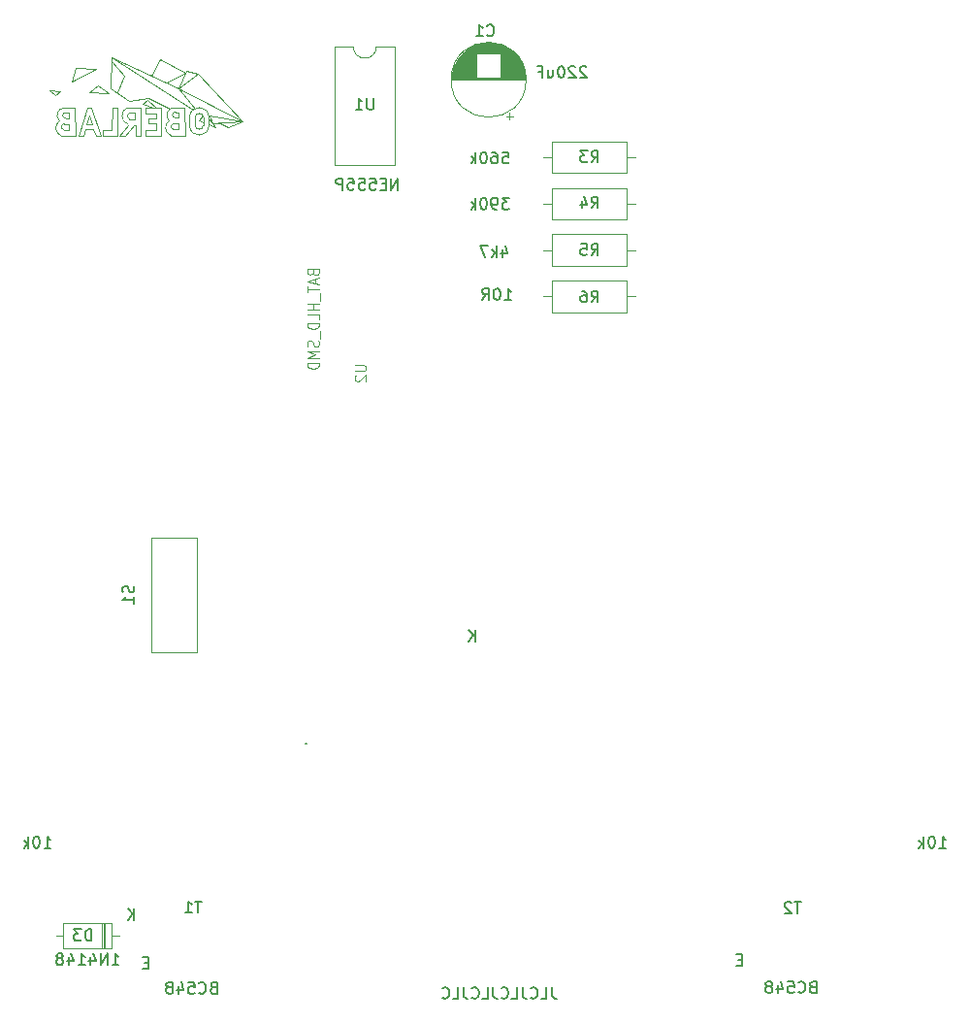
<source format=gbr>
%TF.GenerationSoftware,KiCad,Pcbnew,8.0.1*%
%TF.CreationDate,2024-04-02T10:43:05+02:00*%
%TF.ProjectId,Baerli,42616572-6c69-42e6-9b69-6361645f7063,rev?*%
%TF.SameCoordinates,Original*%
%TF.FileFunction,Legend,Bot*%
%TF.FilePolarity,Positive*%
%FSLAX46Y46*%
G04 Gerber Fmt 4.6, Leading zero omitted, Abs format (unit mm)*
G04 Created by KiCad (PCBNEW 8.0.1) date 2024-04-02 10:43:05*
%MOMM*%
%LPD*%
G01*
G04 APERTURE LIST*
%ADD10C,0.150000*%
%ADD11C,0.050000*%
%ADD12C,0.120000*%
%ADD13C,0.010000*%
G04 APERTURE END LIST*
D10*
X44229887Y-113706009D02*
X44087030Y-113753628D01*
X44087030Y-113753628D02*
X44039411Y-113801247D01*
X44039411Y-113801247D02*
X43991792Y-113896485D01*
X43991792Y-113896485D02*
X43991792Y-114039342D01*
X43991792Y-114039342D02*
X44039411Y-114134580D01*
X44039411Y-114134580D02*
X44087030Y-114182200D01*
X44087030Y-114182200D02*
X44182268Y-114229819D01*
X44182268Y-114229819D02*
X44563220Y-114229819D01*
X44563220Y-114229819D02*
X44563220Y-113229819D01*
X44563220Y-113229819D02*
X44229887Y-113229819D01*
X44229887Y-113229819D02*
X44134649Y-113277438D01*
X44134649Y-113277438D02*
X44087030Y-113325057D01*
X44087030Y-113325057D02*
X44039411Y-113420295D01*
X44039411Y-113420295D02*
X44039411Y-113515533D01*
X44039411Y-113515533D02*
X44087030Y-113610771D01*
X44087030Y-113610771D02*
X44134649Y-113658390D01*
X44134649Y-113658390D02*
X44229887Y-113706009D01*
X44229887Y-113706009D02*
X44563220Y-113706009D01*
X42991792Y-114134580D02*
X43039411Y-114182200D01*
X43039411Y-114182200D02*
X43182268Y-114229819D01*
X43182268Y-114229819D02*
X43277506Y-114229819D01*
X43277506Y-114229819D02*
X43420363Y-114182200D01*
X43420363Y-114182200D02*
X43515601Y-114086961D01*
X43515601Y-114086961D02*
X43563220Y-113991723D01*
X43563220Y-113991723D02*
X43610839Y-113801247D01*
X43610839Y-113801247D02*
X43610839Y-113658390D01*
X43610839Y-113658390D02*
X43563220Y-113467914D01*
X43563220Y-113467914D02*
X43515601Y-113372676D01*
X43515601Y-113372676D02*
X43420363Y-113277438D01*
X43420363Y-113277438D02*
X43277506Y-113229819D01*
X43277506Y-113229819D02*
X43182268Y-113229819D01*
X43182268Y-113229819D02*
X43039411Y-113277438D01*
X43039411Y-113277438D02*
X42991792Y-113325057D01*
X42087030Y-113229819D02*
X42563220Y-113229819D01*
X42563220Y-113229819D02*
X42610839Y-113706009D01*
X42610839Y-113706009D02*
X42563220Y-113658390D01*
X42563220Y-113658390D02*
X42467982Y-113610771D01*
X42467982Y-113610771D02*
X42229887Y-113610771D01*
X42229887Y-113610771D02*
X42134649Y-113658390D01*
X42134649Y-113658390D02*
X42087030Y-113706009D01*
X42087030Y-113706009D02*
X42039411Y-113801247D01*
X42039411Y-113801247D02*
X42039411Y-114039342D01*
X42039411Y-114039342D02*
X42087030Y-114134580D01*
X42087030Y-114134580D02*
X42134649Y-114182200D01*
X42134649Y-114182200D02*
X42229887Y-114229819D01*
X42229887Y-114229819D02*
X42467982Y-114229819D01*
X42467982Y-114229819D02*
X42563220Y-114182200D01*
X42563220Y-114182200D02*
X42610839Y-114134580D01*
X41182268Y-113563152D02*
X41182268Y-114229819D01*
X41420363Y-113182200D02*
X41658458Y-113896485D01*
X41658458Y-113896485D02*
X41039411Y-113896485D01*
X40515601Y-113658390D02*
X40610839Y-113610771D01*
X40610839Y-113610771D02*
X40658458Y-113563152D01*
X40658458Y-113563152D02*
X40706077Y-113467914D01*
X40706077Y-113467914D02*
X40706077Y-113420295D01*
X40706077Y-113420295D02*
X40658458Y-113325057D01*
X40658458Y-113325057D02*
X40610839Y-113277438D01*
X40610839Y-113277438D02*
X40515601Y-113229819D01*
X40515601Y-113229819D02*
X40325125Y-113229819D01*
X40325125Y-113229819D02*
X40229887Y-113277438D01*
X40229887Y-113277438D02*
X40182268Y-113325057D01*
X40182268Y-113325057D02*
X40134649Y-113420295D01*
X40134649Y-113420295D02*
X40134649Y-113467914D01*
X40134649Y-113467914D02*
X40182268Y-113563152D01*
X40182268Y-113563152D02*
X40229887Y-113610771D01*
X40229887Y-113610771D02*
X40325125Y-113658390D01*
X40325125Y-113658390D02*
X40515601Y-113658390D01*
X40515601Y-113658390D02*
X40610839Y-113706009D01*
X40610839Y-113706009D02*
X40658458Y-113753628D01*
X40658458Y-113753628D02*
X40706077Y-113848866D01*
X40706077Y-113848866D02*
X40706077Y-114039342D01*
X40706077Y-114039342D02*
X40658458Y-114134580D01*
X40658458Y-114134580D02*
X40610839Y-114182200D01*
X40610839Y-114182200D02*
X40515601Y-114229819D01*
X40515601Y-114229819D02*
X40325125Y-114229819D01*
X40325125Y-114229819D02*
X40229887Y-114182200D01*
X40229887Y-114182200D02*
X40182268Y-114134580D01*
X40182268Y-114134580D02*
X40134649Y-114039342D01*
X40134649Y-114039342D02*
X40134649Y-113848866D01*
X40134649Y-113848866D02*
X40182268Y-113753628D01*
X40182268Y-113753628D02*
X40229887Y-113706009D01*
X40229887Y-113706009D02*
X40325125Y-113658390D01*
X38568285Y-111574990D02*
X38234952Y-111574990D01*
X38092095Y-111051180D02*
X38568285Y-111051180D01*
X38568285Y-111051180D02*
X38568285Y-112051180D01*
X38568285Y-112051180D02*
X38092095Y-112051180D01*
X73799506Y-113677819D02*
X73799506Y-114392104D01*
X73799506Y-114392104D02*
X73847125Y-114534961D01*
X73847125Y-114534961D02*
X73942363Y-114630200D01*
X73942363Y-114630200D02*
X74085220Y-114677819D01*
X74085220Y-114677819D02*
X74180458Y-114677819D01*
X72847125Y-114677819D02*
X73323315Y-114677819D01*
X73323315Y-114677819D02*
X73323315Y-113677819D01*
X71942363Y-114582580D02*
X71989982Y-114630200D01*
X71989982Y-114630200D02*
X72132839Y-114677819D01*
X72132839Y-114677819D02*
X72228077Y-114677819D01*
X72228077Y-114677819D02*
X72370934Y-114630200D01*
X72370934Y-114630200D02*
X72466172Y-114534961D01*
X72466172Y-114534961D02*
X72513791Y-114439723D01*
X72513791Y-114439723D02*
X72561410Y-114249247D01*
X72561410Y-114249247D02*
X72561410Y-114106390D01*
X72561410Y-114106390D02*
X72513791Y-113915914D01*
X72513791Y-113915914D02*
X72466172Y-113820676D01*
X72466172Y-113820676D02*
X72370934Y-113725438D01*
X72370934Y-113725438D02*
X72228077Y-113677819D01*
X72228077Y-113677819D02*
X72132839Y-113677819D01*
X72132839Y-113677819D02*
X71989982Y-113725438D01*
X71989982Y-113725438D02*
X71942363Y-113773057D01*
X71228077Y-113677819D02*
X71228077Y-114392104D01*
X71228077Y-114392104D02*
X71275696Y-114534961D01*
X71275696Y-114534961D02*
X71370934Y-114630200D01*
X71370934Y-114630200D02*
X71513791Y-114677819D01*
X71513791Y-114677819D02*
X71609029Y-114677819D01*
X70275696Y-114677819D02*
X70751886Y-114677819D01*
X70751886Y-114677819D02*
X70751886Y-113677819D01*
X69370934Y-114582580D02*
X69418553Y-114630200D01*
X69418553Y-114630200D02*
X69561410Y-114677819D01*
X69561410Y-114677819D02*
X69656648Y-114677819D01*
X69656648Y-114677819D02*
X69799505Y-114630200D01*
X69799505Y-114630200D02*
X69894743Y-114534961D01*
X69894743Y-114534961D02*
X69942362Y-114439723D01*
X69942362Y-114439723D02*
X69989981Y-114249247D01*
X69989981Y-114249247D02*
X69989981Y-114106390D01*
X69989981Y-114106390D02*
X69942362Y-113915914D01*
X69942362Y-113915914D02*
X69894743Y-113820676D01*
X69894743Y-113820676D02*
X69799505Y-113725438D01*
X69799505Y-113725438D02*
X69656648Y-113677819D01*
X69656648Y-113677819D02*
X69561410Y-113677819D01*
X69561410Y-113677819D02*
X69418553Y-113725438D01*
X69418553Y-113725438D02*
X69370934Y-113773057D01*
X68656648Y-113677819D02*
X68656648Y-114392104D01*
X68656648Y-114392104D02*
X68704267Y-114534961D01*
X68704267Y-114534961D02*
X68799505Y-114630200D01*
X68799505Y-114630200D02*
X68942362Y-114677819D01*
X68942362Y-114677819D02*
X69037600Y-114677819D01*
X67704267Y-114677819D02*
X68180457Y-114677819D01*
X68180457Y-114677819D02*
X68180457Y-113677819D01*
X66799505Y-114582580D02*
X66847124Y-114630200D01*
X66847124Y-114630200D02*
X66989981Y-114677819D01*
X66989981Y-114677819D02*
X67085219Y-114677819D01*
X67085219Y-114677819D02*
X67228076Y-114630200D01*
X67228076Y-114630200D02*
X67323314Y-114534961D01*
X67323314Y-114534961D02*
X67370933Y-114439723D01*
X67370933Y-114439723D02*
X67418552Y-114249247D01*
X67418552Y-114249247D02*
X67418552Y-114106390D01*
X67418552Y-114106390D02*
X67370933Y-113915914D01*
X67370933Y-113915914D02*
X67323314Y-113820676D01*
X67323314Y-113820676D02*
X67228076Y-113725438D01*
X67228076Y-113725438D02*
X67085219Y-113677819D01*
X67085219Y-113677819D02*
X66989981Y-113677819D01*
X66989981Y-113677819D02*
X66847124Y-113725438D01*
X66847124Y-113725438D02*
X66799505Y-113773057D01*
X66085219Y-113677819D02*
X66085219Y-114392104D01*
X66085219Y-114392104D02*
X66132838Y-114534961D01*
X66132838Y-114534961D02*
X66228076Y-114630200D01*
X66228076Y-114630200D02*
X66370933Y-114677819D01*
X66370933Y-114677819D02*
X66466171Y-114677819D01*
X65132838Y-114677819D02*
X65609028Y-114677819D01*
X65609028Y-114677819D02*
X65609028Y-113677819D01*
X64228076Y-114582580D02*
X64275695Y-114630200D01*
X64275695Y-114630200D02*
X64418552Y-114677819D01*
X64418552Y-114677819D02*
X64513790Y-114677819D01*
X64513790Y-114677819D02*
X64656647Y-114630200D01*
X64656647Y-114630200D02*
X64751885Y-114534961D01*
X64751885Y-114534961D02*
X64799504Y-114439723D01*
X64799504Y-114439723D02*
X64847123Y-114249247D01*
X64847123Y-114249247D02*
X64847123Y-114106390D01*
X64847123Y-114106390D02*
X64799504Y-113915914D01*
X64799504Y-113915914D02*
X64751885Y-113820676D01*
X64751885Y-113820676D02*
X64656647Y-113725438D01*
X64656647Y-113725438D02*
X64513790Y-113677819D01*
X64513790Y-113677819D02*
X64418552Y-113677819D01*
X64418552Y-113677819D02*
X64275695Y-113725438D01*
X64275695Y-113725438D02*
X64228076Y-113773057D01*
X90384285Y-111320990D02*
X90050952Y-111320990D01*
X89908095Y-110797180D02*
X90384285Y-110797180D01*
X90384285Y-110797180D02*
X90384285Y-111797180D01*
X90384285Y-111797180D02*
X89908095Y-111797180D01*
X96549887Y-113646009D02*
X96407030Y-113693628D01*
X96407030Y-113693628D02*
X96359411Y-113741247D01*
X96359411Y-113741247D02*
X96311792Y-113836485D01*
X96311792Y-113836485D02*
X96311792Y-113979342D01*
X96311792Y-113979342D02*
X96359411Y-114074580D01*
X96359411Y-114074580D02*
X96407030Y-114122200D01*
X96407030Y-114122200D02*
X96502268Y-114169819D01*
X96502268Y-114169819D02*
X96883220Y-114169819D01*
X96883220Y-114169819D02*
X96883220Y-113169819D01*
X96883220Y-113169819D02*
X96549887Y-113169819D01*
X96549887Y-113169819D02*
X96454649Y-113217438D01*
X96454649Y-113217438D02*
X96407030Y-113265057D01*
X96407030Y-113265057D02*
X96359411Y-113360295D01*
X96359411Y-113360295D02*
X96359411Y-113455533D01*
X96359411Y-113455533D02*
X96407030Y-113550771D01*
X96407030Y-113550771D02*
X96454649Y-113598390D01*
X96454649Y-113598390D02*
X96549887Y-113646009D01*
X96549887Y-113646009D02*
X96883220Y-113646009D01*
X95311792Y-114074580D02*
X95359411Y-114122200D01*
X95359411Y-114122200D02*
X95502268Y-114169819D01*
X95502268Y-114169819D02*
X95597506Y-114169819D01*
X95597506Y-114169819D02*
X95740363Y-114122200D01*
X95740363Y-114122200D02*
X95835601Y-114026961D01*
X95835601Y-114026961D02*
X95883220Y-113931723D01*
X95883220Y-113931723D02*
X95930839Y-113741247D01*
X95930839Y-113741247D02*
X95930839Y-113598390D01*
X95930839Y-113598390D02*
X95883220Y-113407914D01*
X95883220Y-113407914D02*
X95835601Y-113312676D01*
X95835601Y-113312676D02*
X95740363Y-113217438D01*
X95740363Y-113217438D02*
X95597506Y-113169819D01*
X95597506Y-113169819D02*
X95502268Y-113169819D01*
X95502268Y-113169819D02*
X95359411Y-113217438D01*
X95359411Y-113217438D02*
X95311792Y-113265057D01*
X94407030Y-113169819D02*
X94883220Y-113169819D01*
X94883220Y-113169819D02*
X94930839Y-113646009D01*
X94930839Y-113646009D02*
X94883220Y-113598390D01*
X94883220Y-113598390D02*
X94787982Y-113550771D01*
X94787982Y-113550771D02*
X94549887Y-113550771D01*
X94549887Y-113550771D02*
X94454649Y-113598390D01*
X94454649Y-113598390D02*
X94407030Y-113646009D01*
X94407030Y-113646009D02*
X94359411Y-113741247D01*
X94359411Y-113741247D02*
X94359411Y-113979342D01*
X94359411Y-113979342D02*
X94407030Y-114074580D01*
X94407030Y-114074580D02*
X94454649Y-114122200D01*
X94454649Y-114122200D02*
X94549887Y-114169819D01*
X94549887Y-114169819D02*
X94787982Y-114169819D01*
X94787982Y-114169819D02*
X94883220Y-114122200D01*
X94883220Y-114122200D02*
X94930839Y-114074580D01*
X93502268Y-113503152D02*
X93502268Y-114169819D01*
X93740363Y-113122200D02*
X93978458Y-113836485D01*
X93978458Y-113836485D02*
X93359411Y-113836485D01*
X92835601Y-113598390D02*
X92930839Y-113550771D01*
X92930839Y-113550771D02*
X92978458Y-113503152D01*
X92978458Y-113503152D02*
X93026077Y-113407914D01*
X93026077Y-113407914D02*
X93026077Y-113360295D01*
X93026077Y-113360295D02*
X92978458Y-113265057D01*
X92978458Y-113265057D02*
X92930839Y-113217438D01*
X92930839Y-113217438D02*
X92835601Y-113169819D01*
X92835601Y-113169819D02*
X92645125Y-113169819D01*
X92645125Y-113169819D02*
X92549887Y-113217438D01*
X92549887Y-113217438D02*
X92502268Y-113265057D01*
X92502268Y-113265057D02*
X92454649Y-113360295D01*
X92454649Y-113360295D02*
X92454649Y-113407914D01*
X92454649Y-113407914D02*
X92502268Y-113503152D01*
X92502268Y-113503152D02*
X92549887Y-113550771D01*
X92549887Y-113550771D02*
X92645125Y-113598390D01*
X92645125Y-113598390D02*
X92835601Y-113598390D01*
X92835601Y-113598390D02*
X92930839Y-113646009D01*
X92930839Y-113646009D02*
X92978458Y-113693628D01*
X92978458Y-113693628D02*
X93026077Y-113788866D01*
X93026077Y-113788866D02*
X93026077Y-113979342D01*
X93026077Y-113979342D02*
X92978458Y-114074580D01*
X92978458Y-114074580D02*
X92930839Y-114122200D01*
X92930839Y-114122200D02*
X92835601Y-114169819D01*
X92835601Y-114169819D02*
X92645125Y-114169819D01*
X92645125Y-114169819D02*
X92549887Y-114122200D01*
X92549887Y-114122200D02*
X92502268Y-114074580D01*
X92502268Y-114074580D02*
X92454649Y-113979342D01*
X92454649Y-113979342D02*
X92454649Y-113788866D01*
X92454649Y-113788866D02*
X92502268Y-113693628D01*
X92502268Y-113693628D02*
X92549887Y-113646009D01*
X92549887Y-113646009D02*
X92645125Y-113598390D01*
X67098357Y-83496733D02*
X67098357Y-82496733D01*
X66526929Y-83496733D02*
X66955500Y-82925304D01*
X66526929Y-82496733D02*
X67098357Y-83068161D01*
X95531904Y-106234819D02*
X94960476Y-106234819D01*
X95246190Y-107234819D02*
X95246190Y-106234819D01*
X94674761Y-106330057D02*
X94627142Y-106282438D01*
X94627142Y-106282438D02*
X94531904Y-106234819D01*
X94531904Y-106234819D02*
X94293809Y-106234819D01*
X94293809Y-106234819D02*
X94198571Y-106282438D01*
X94198571Y-106282438D02*
X94150952Y-106330057D01*
X94150952Y-106330057D02*
X94103333Y-106425295D01*
X94103333Y-106425295D02*
X94103333Y-106520533D01*
X94103333Y-106520533D02*
X94150952Y-106663390D01*
X94150952Y-106663390D02*
X94722380Y-107234819D01*
X94722380Y-107234819D02*
X94103333Y-107234819D01*
X43211904Y-106174819D02*
X42640476Y-106174819D01*
X42926190Y-107174819D02*
X42926190Y-106174819D01*
X41783333Y-107174819D02*
X42354761Y-107174819D01*
X42069047Y-107174819D02*
X42069047Y-106174819D01*
X42069047Y-106174819D02*
X42164285Y-106317676D01*
X42164285Y-106317676D02*
X42259523Y-106412914D01*
X42259523Y-106412914D02*
X42354761Y-106460533D01*
X77238752Y-53916733D02*
X77572085Y-53440542D01*
X77810180Y-53916733D02*
X77810180Y-52916733D01*
X77810180Y-52916733D02*
X77429228Y-52916733D01*
X77429228Y-52916733D02*
X77333990Y-52964352D01*
X77333990Y-52964352D02*
X77286371Y-53011971D01*
X77286371Y-53011971D02*
X77238752Y-53107209D01*
X77238752Y-53107209D02*
X77238752Y-53250066D01*
X77238752Y-53250066D02*
X77286371Y-53345304D01*
X77286371Y-53345304D02*
X77333990Y-53392923D01*
X77333990Y-53392923D02*
X77429228Y-53440542D01*
X77429228Y-53440542D02*
X77810180Y-53440542D01*
X76381609Y-52916733D02*
X76572085Y-52916733D01*
X76572085Y-52916733D02*
X76667323Y-52964352D01*
X76667323Y-52964352D02*
X76714942Y-53011971D01*
X76714942Y-53011971D02*
X76810180Y-53154828D01*
X76810180Y-53154828D02*
X76857799Y-53345304D01*
X76857799Y-53345304D02*
X76857799Y-53726256D01*
X76857799Y-53726256D02*
X76810180Y-53821494D01*
X76810180Y-53821494D02*
X76762561Y-53869114D01*
X76762561Y-53869114D02*
X76667323Y-53916733D01*
X76667323Y-53916733D02*
X76476847Y-53916733D01*
X76476847Y-53916733D02*
X76381609Y-53869114D01*
X76381609Y-53869114D02*
X76333990Y-53821494D01*
X76333990Y-53821494D02*
X76286371Y-53726256D01*
X76286371Y-53726256D02*
X76286371Y-53488161D01*
X76286371Y-53488161D02*
X76333990Y-53392923D01*
X76333990Y-53392923D02*
X76381609Y-53345304D01*
X76381609Y-53345304D02*
X76476847Y-53297685D01*
X76476847Y-53297685D02*
X76667323Y-53297685D01*
X76667323Y-53297685D02*
X76762561Y-53345304D01*
X76762561Y-53345304D02*
X76810180Y-53392923D01*
X76810180Y-53392923D02*
X76857799Y-53488161D01*
X69662562Y-53716733D02*
X70233990Y-53716733D01*
X69948276Y-53716733D02*
X69948276Y-52716733D01*
X69948276Y-52716733D02*
X70043514Y-52859590D01*
X70043514Y-52859590D02*
X70138752Y-52954828D01*
X70138752Y-52954828D02*
X70233990Y-53002447D01*
X69043514Y-52716733D02*
X68948276Y-52716733D01*
X68948276Y-52716733D02*
X68853038Y-52764352D01*
X68853038Y-52764352D02*
X68805419Y-52811971D01*
X68805419Y-52811971D02*
X68757800Y-52907209D01*
X68757800Y-52907209D02*
X68710181Y-53097685D01*
X68710181Y-53097685D02*
X68710181Y-53335780D01*
X68710181Y-53335780D02*
X68757800Y-53526256D01*
X68757800Y-53526256D02*
X68805419Y-53621494D01*
X68805419Y-53621494D02*
X68853038Y-53669114D01*
X68853038Y-53669114D02*
X68948276Y-53716733D01*
X68948276Y-53716733D02*
X69043514Y-53716733D01*
X69043514Y-53716733D02*
X69138752Y-53669114D01*
X69138752Y-53669114D02*
X69186371Y-53621494D01*
X69186371Y-53621494D02*
X69233990Y-53526256D01*
X69233990Y-53526256D02*
X69281609Y-53335780D01*
X69281609Y-53335780D02*
X69281609Y-53097685D01*
X69281609Y-53097685D02*
X69233990Y-52907209D01*
X69233990Y-52907209D02*
X69186371Y-52811971D01*
X69186371Y-52811971D02*
X69138752Y-52764352D01*
X69138752Y-52764352D02*
X69043514Y-52716733D01*
X67710181Y-53716733D02*
X68043514Y-53240542D01*
X68281609Y-53716733D02*
X68281609Y-52716733D01*
X68281609Y-52716733D02*
X67900657Y-52716733D01*
X67900657Y-52716733D02*
X67805419Y-52764352D01*
X67805419Y-52764352D02*
X67757800Y-52811971D01*
X67757800Y-52811971D02*
X67710181Y-52907209D01*
X67710181Y-52907209D02*
X67710181Y-53050066D01*
X67710181Y-53050066D02*
X67757800Y-53145304D01*
X67757800Y-53145304D02*
X67805419Y-53192923D01*
X67805419Y-53192923D02*
X67900657Y-53240542D01*
X67900657Y-53240542D02*
X68281609Y-53240542D01*
X37279286Y-78660009D02*
X37326905Y-78802866D01*
X37326905Y-78802866D02*
X37326905Y-79040961D01*
X37326905Y-79040961D02*
X37279286Y-79136199D01*
X37279286Y-79136199D02*
X37231666Y-79183818D01*
X37231666Y-79183818D02*
X37136428Y-79231437D01*
X37136428Y-79231437D02*
X37041190Y-79231437D01*
X37041190Y-79231437D02*
X36945952Y-79183818D01*
X36945952Y-79183818D02*
X36898333Y-79136199D01*
X36898333Y-79136199D02*
X36850714Y-79040961D01*
X36850714Y-79040961D02*
X36803095Y-78850485D01*
X36803095Y-78850485D02*
X36755476Y-78755247D01*
X36755476Y-78755247D02*
X36707857Y-78707628D01*
X36707857Y-78707628D02*
X36612619Y-78660009D01*
X36612619Y-78660009D02*
X36517381Y-78660009D01*
X36517381Y-78660009D02*
X36422143Y-78707628D01*
X36422143Y-78707628D02*
X36374524Y-78755247D01*
X36374524Y-78755247D02*
X36326905Y-78850485D01*
X36326905Y-78850485D02*
X36326905Y-79088580D01*
X36326905Y-79088580D02*
X36374524Y-79231437D01*
X37326905Y-80183818D02*
X37326905Y-79612390D01*
X37326905Y-79898104D02*
X36326905Y-79898104D01*
X36326905Y-79898104D02*
X36469762Y-79802866D01*
X36469762Y-79802866D02*
X36565000Y-79707628D01*
X36565000Y-79707628D02*
X36612619Y-79612390D01*
X77238752Y-41716733D02*
X77572085Y-41240542D01*
X77810180Y-41716733D02*
X77810180Y-40716733D01*
X77810180Y-40716733D02*
X77429228Y-40716733D01*
X77429228Y-40716733D02*
X77333990Y-40764352D01*
X77333990Y-40764352D02*
X77286371Y-40811971D01*
X77286371Y-40811971D02*
X77238752Y-40907209D01*
X77238752Y-40907209D02*
X77238752Y-41050066D01*
X77238752Y-41050066D02*
X77286371Y-41145304D01*
X77286371Y-41145304D02*
X77333990Y-41192923D01*
X77333990Y-41192923D02*
X77429228Y-41240542D01*
X77429228Y-41240542D02*
X77810180Y-41240542D01*
X76905418Y-40716733D02*
X76286371Y-40716733D01*
X76286371Y-40716733D02*
X76619704Y-41097685D01*
X76619704Y-41097685D02*
X76476847Y-41097685D01*
X76476847Y-41097685D02*
X76381609Y-41145304D01*
X76381609Y-41145304D02*
X76333990Y-41192923D01*
X76333990Y-41192923D02*
X76286371Y-41288161D01*
X76286371Y-41288161D02*
X76286371Y-41526256D01*
X76286371Y-41526256D02*
X76333990Y-41621494D01*
X76333990Y-41621494D02*
X76381609Y-41669114D01*
X76381609Y-41669114D02*
X76476847Y-41716733D01*
X76476847Y-41716733D02*
X76762561Y-41716733D01*
X76762561Y-41716733D02*
X76857799Y-41669114D01*
X76857799Y-41669114D02*
X76905418Y-41621494D01*
X69491133Y-40816733D02*
X69967323Y-40816733D01*
X69967323Y-40816733D02*
X70014942Y-41292923D01*
X70014942Y-41292923D02*
X69967323Y-41245304D01*
X69967323Y-41245304D02*
X69872085Y-41197685D01*
X69872085Y-41197685D02*
X69633990Y-41197685D01*
X69633990Y-41197685D02*
X69538752Y-41245304D01*
X69538752Y-41245304D02*
X69491133Y-41292923D01*
X69491133Y-41292923D02*
X69443514Y-41388161D01*
X69443514Y-41388161D02*
X69443514Y-41626256D01*
X69443514Y-41626256D02*
X69491133Y-41721494D01*
X69491133Y-41721494D02*
X69538752Y-41769114D01*
X69538752Y-41769114D02*
X69633990Y-41816733D01*
X69633990Y-41816733D02*
X69872085Y-41816733D01*
X69872085Y-41816733D02*
X69967323Y-41769114D01*
X69967323Y-41769114D02*
X70014942Y-41721494D01*
X68586371Y-40816733D02*
X68776847Y-40816733D01*
X68776847Y-40816733D02*
X68872085Y-40864352D01*
X68872085Y-40864352D02*
X68919704Y-40911971D01*
X68919704Y-40911971D02*
X69014942Y-41054828D01*
X69014942Y-41054828D02*
X69062561Y-41245304D01*
X69062561Y-41245304D02*
X69062561Y-41626256D01*
X69062561Y-41626256D02*
X69014942Y-41721494D01*
X69014942Y-41721494D02*
X68967323Y-41769114D01*
X68967323Y-41769114D02*
X68872085Y-41816733D01*
X68872085Y-41816733D02*
X68681609Y-41816733D01*
X68681609Y-41816733D02*
X68586371Y-41769114D01*
X68586371Y-41769114D02*
X68538752Y-41721494D01*
X68538752Y-41721494D02*
X68491133Y-41626256D01*
X68491133Y-41626256D02*
X68491133Y-41388161D01*
X68491133Y-41388161D02*
X68538752Y-41292923D01*
X68538752Y-41292923D02*
X68586371Y-41245304D01*
X68586371Y-41245304D02*
X68681609Y-41197685D01*
X68681609Y-41197685D02*
X68872085Y-41197685D01*
X68872085Y-41197685D02*
X68967323Y-41245304D01*
X68967323Y-41245304D02*
X69014942Y-41292923D01*
X69014942Y-41292923D02*
X69062561Y-41388161D01*
X67872085Y-40816733D02*
X67776847Y-40816733D01*
X67776847Y-40816733D02*
X67681609Y-40864352D01*
X67681609Y-40864352D02*
X67633990Y-40911971D01*
X67633990Y-40911971D02*
X67586371Y-41007209D01*
X67586371Y-41007209D02*
X67538752Y-41197685D01*
X67538752Y-41197685D02*
X67538752Y-41435780D01*
X67538752Y-41435780D02*
X67586371Y-41626256D01*
X67586371Y-41626256D02*
X67633990Y-41721494D01*
X67633990Y-41721494D02*
X67681609Y-41769114D01*
X67681609Y-41769114D02*
X67776847Y-41816733D01*
X67776847Y-41816733D02*
X67872085Y-41816733D01*
X67872085Y-41816733D02*
X67967323Y-41769114D01*
X67967323Y-41769114D02*
X68014942Y-41721494D01*
X68014942Y-41721494D02*
X68062561Y-41626256D01*
X68062561Y-41626256D02*
X68110180Y-41435780D01*
X68110180Y-41435780D02*
X68110180Y-41197685D01*
X68110180Y-41197685D02*
X68062561Y-41007209D01*
X68062561Y-41007209D02*
X68014942Y-40911971D01*
X68014942Y-40911971D02*
X67967323Y-40864352D01*
X67967323Y-40864352D02*
X67872085Y-40816733D01*
X67110180Y-41816733D02*
X67110180Y-40816733D01*
X67014942Y-41435780D02*
X66729228Y-41816733D01*
X66729228Y-41150066D02*
X67110180Y-41531018D01*
X33610180Y-109616733D02*
X33610180Y-108616733D01*
X33610180Y-108616733D02*
X33372085Y-108616733D01*
X33372085Y-108616733D02*
X33229228Y-108664352D01*
X33229228Y-108664352D02*
X33133990Y-108759590D01*
X33133990Y-108759590D02*
X33086371Y-108854828D01*
X33086371Y-108854828D02*
X33038752Y-109045304D01*
X33038752Y-109045304D02*
X33038752Y-109188161D01*
X33038752Y-109188161D02*
X33086371Y-109378637D01*
X33086371Y-109378637D02*
X33133990Y-109473875D01*
X33133990Y-109473875D02*
X33229228Y-109569114D01*
X33229228Y-109569114D02*
X33372085Y-109616733D01*
X33372085Y-109616733D02*
X33610180Y-109616733D01*
X32705418Y-108616733D02*
X32086371Y-108616733D01*
X32086371Y-108616733D02*
X32419704Y-108997685D01*
X32419704Y-108997685D02*
X32276847Y-108997685D01*
X32276847Y-108997685D02*
X32181609Y-109045304D01*
X32181609Y-109045304D02*
X32133990Y-109092923D01*
X32133990Y-109092923D02*
X32086371Y-109188161D01*
X32086371Y-109188161D02*
X32086371Y-109426256D01*
X32086371Y-109426256D02*
X32133990Y-109521494D01*
X32133990Y-109521494D02*
X32181609Y-109569114D01*
X32181609Y-109569114D02*
X32276847Y-109616733D01*
X32276847Y-109616733D02*
X32562561Y-109616733D01*
X32562561Y-109616733D02*
X32657799Y-109569114D01*
X32657799Y-109569114D02*
X32705418Y-109521494D01*
X35414943Y-111736733D02*
X35986371Y-111736733D01*
X35700657Y-111736733D02*
X35700657Y-110736733D01*
X35700657Y-110736733D02*
X35795895Y-110879590D01*
X35795895Y-110879590D02*
X35891133Y-110974828D01*
X35891133Y-110974828D02*
X35986371Y-111022447D01*
X34986371Y-111736733D02*
X34986371Y-110736733D01*
X34986371Y-110736733D02*
X34414943Y-111736733D01*
X34414943Y-111736733D02*
X34414943Y-110736733D01*
X33510181Y-111070066D02*
X33510181Y-111736733D01*
X33748276Y-110689114D02*
X33986371Y-111403399D01*
X33986371Y-111403399D02*
X33367324Y-111403399D01*
X32462562Y-111736733D02*
X33033990Y-111736733D01*
X32748276Y-111736733D02*
X32748276Y-110736733D01*
X32748276Y-110736733D02*
X32843514Y-110879590D01*
X32843514Y-110879590D02*
X32938752Y-110974828D01*
X32938752Y-110974828D02*
X33033990Y-111022447D01*
X31605419Y-111070066D02*
X31605419Y-111736733D01*
X31843514Y-110689114D02*
X32081609Y-111403399D01*
X32081609Y-111403399D02*
X31462562Y-111403399D01*
X30938752Y-111165304D02*
X31033990Y-111117685D01*
X31033990Y-111117685D02*
X31081609Y-111070066D01*
X31081609Y-111070066D02*
X31129228Y-110974828D01*
X31129228Y-110974828D02*
X31129228Y-110927209D01*
X31129228Y-110927209D02*
X31081609Y-110831971D01*
X31081609Y-110831971D02*
X31033990Y-110784352D01*
X31033990Y-110784352D02*
X30938752Y-110736733D01*
X30938752Y-110736733D02*
X30748276Y-110736733D01*
X30748276Y-110736733D02*
X30653038Y-110784352D01*
X30653038Y-110784352D02*
X30605419Y-110831971D01*
X30605419Y-110831971D02*
X30557800Y-110927209D01*
X30557800Y-110927209D02*
X30557800Y-110974828D01*
X30557800Y-110974828D02*
X30605419Y-111070066D01*
X30605419Y-111070066D02*
X30653038Y-111117685D01*
X30653038Y-111117685D02*
X30748276Y-111165304D01*
X30748276Y-111165304D02*
X30938752Y-111165304D01*
X30938752Y-111165304D02*
X31033990Y-111212923D01*
X31033990Y-111212923D02*
X31081609Y-111260542D01*
X31081609Y-111260542D02*
X31129228Y-111355780D01*
X31129228Y-111355780D02*
X31129228Y-111546256D01*
X31129228Y-111546256D02*
X31081609Y-111641494D01*
X31081609Y-111641494D02*
X31033990Y-111689114D01*
X31033990Y-111689114D02*
X30938752Y-111736733D01*
X30938752Y-111736733D02*
X30748276Y-111736733D01*
X30748276Y-111736733D02*
X30653038Y-111689114D01*
X30653038Y-111689114D02*
X30605419Y-111641494D01*
X30605419Y-111641494D02*
X30557800Y-111546256D01*
X30557800Y-111546256D02*
X30557800Y-111355780D01*
X30557800Y-111355780D02*
X30605419Y-111260542D01*
X30605419Y-111260542D02*
X30653038Y-111212923D01*
X30653038Y-111212923D02*
X30748276Y-111165304D01*
X37343990Y-107816733D02*
X37343990Y-106816733D01*
X36772562Y-107816733D02*
X37201133Y-107245304D01*
X36772562Y-106816733D02*
X37343990Y-107388161D01*
X77238752Y-49816733D02*
X77572085Y-49340542D01*
X77810180Y-49816733D02*
X77810180Y-48816733D01*
X77810180Y-48816733D02*
X77429228Y-48816733D01*
X77429228Y-48816733D02*
X77333990Y-48864352D01*
X77333990Y-48864352D02*
X77286371Y-48911971D01*
X77286371Y-48911971D02*
X77238752Y-49007209D01*
X77238752Y-49007209D02*
X77238752Y-49150066D01*
X77238752Y-49150066D02*
X77286371Y-49245304D01*
X77286371Y-49245304D02*
X77333990Y-49292923D01*
X77333990Y-49292923D02*
X77429228Y-49340542D01*
X77429228Y-49340542D02*
X77810180Y-49340542D01*
X76333990Y-48816733D02*
X76810180Y-48816733D01*
X76810180Y-48816733D02*
X76857799Y-49292923D01*
X76857799Y-49292923D02*
X76810180Y-49245304D01*
X76810180Y-49245304D02*
X76714942Y-49197685D01*
X76714942Y-49197685D02*
X76476847Y-49197685D01*
X76476847Y-49197685D02*
X76381609Y-49245304D01*
X76381609Y-49245304D02*
X76333990Y-49292923D01*
X76333990Y-49292923D02*
X76286371Y-49388161D01*
X76286371Y-49388161D02*
X76286371Y-49626256D01*
X76286371Y-49626256D02*
X76333990Y-49721494D01*
X76333990Y-49721494D02*
X76381609Y-49769114D01*
X76381609Y-49769114D02*
X76476847Y-49816733D01*
X76476847Y-49816733D02*
X76714942Y-49816733D01*
X76714942Y-49816733D02*
X76810180Y-49769114D01*
X76810180Y-49769114D02*
X76857799Y-49721494D01*
X69462562Y-49350066D02*
X69462562Y-50016733D01*
X69700657Y-48969114D02*
X69938752Y-49683399D01*
X69938752Y-49683399D02*
X69319705Y-49683399D01*
X68938752Y-50016733D02*
X68938752Y-49016733D01*
X68843514Y-49635780D02*
X68557800Y-50016733D01*
X68557800Y-49350066D02*
X68938752Y-49731018D01*
X68224466Y-49016733D02*
X67557800Y-49016733D01*
X67557800Y-49016733D02*
X67986371Y-50016733D01*
X58223990Y-36116733D02*
X58223990Y-36926256D01*
X58223990Y-36926256D02*
X58176371Y-37021494D01*
X58176371Y-37021494D02*
X58128752Y-37069114D01*
X58128752Y-37069114D02*
X58033514Y-37116733D01*
X58033514Y-37116733D02*
X57843038Y-37116733D01*
X57843038Y-37116733D02*
X57747800Y-37069114D01*
X57747800Y-37069114D02*
X57700181Y-37021494D01*
X57700181Y-37021494D02*
X57652562Y-36926256D01*
X57652562Y-36926256D02*
X57652562Y-36116733D01*
X56652562Y-37116733D02*
X57223990Y-37116733D01*
X56938276Y-37116733D02*
X56938276Y-36116733D01*
X56938276Y-36116733D02*
X57033514Y-36259590D01*
X57033514Y-36259590D02*
X57128752Y-36354828D01*
X57128752Y-36354828D02*
X57223990Y-36402447D01*
X60338752Y-44116733D02*
X60338752Y-43116733D01*
X60338752Y-43116733D02*
X59767324Y-44116733D01*
X59767324Y-44116733D02*
X59767324Y-43116733D01*
X59291133Y-43592923D02*
X58957800Y-43592923D01*
X58814943Y-44116733D02*
X59291133Y-44116733D01*
X59291133Y-44116733D02*
X59291133Y-43116733D01*
X59291133Y-43116733D02*
X58814943Y-43116733D01*
X57910181Y-43116733D02*
X58386371Y-43116733D01*
X58386371Y-43116733D02*
X58433990Y-43592923D01*
X58433990Y-43592923D02*
X58386371Y-43545304D01*
X58386371Y-43545304D02*
X58291133Y-43497685D01*
X58291133Y-43497685D02*
X58053038Y-43497685D01*
X58053038Y-43497685D02*
X57957800Y-43545304D01*
X57957800Y-43545304D02*
X57910181Y-43592923D01*
X57910181Y-43592923D02*
X57862562Y-43688161D01*
X57862562Y-43688161D02*
X57862562Y-43926256D01*
X57862562Y-43926256D02*
X57910181Y-44021494D01*
X57910181Y-44021494D02*
X57957800Y-44069114D01*
X57957800Y-44069114D02*
X58053038Y-44116733D01*
X58053038Y-44116733D02*
X58291133Y-44116733D01*
X58291133Y-44116733D02*
X58386371Y-44069114D01*
X58386371Y-44069114D02*
X58433990Y-44021494D01*
X56957800Y-43116733D02*
X57433990Y-43116733D01*
X57433990Y-43116733D02*
X57481609Y-43592923D01*
X57481609Y-43592923D02*
X57433990Y-43545304D01*
X57433990Y-43545304D02*
X57338752Y-43497685D01*
X57338752Y-43497685D02*
X57100657Y-43497685D01*
X57100657Y-43497685D02*
X57005419Y-43545304D01*
X57005419Y-43545304D02*
X56957800Y-43592923D01*
X56957800Y-43592923D02*
X56910181Y-43688161D01*
X56910181Y-43688161D02*
X56910181Y-43926256D01*
X56910181Y-43926256D02*
X56957800Y-44021494D01*
X56957800Y-44021494D02*
X57005419Y-44069114D01*
X57005419Y-44069114D02*
X57100657Y-44116733D01*
X57100657Y-44116733D02*
X57338752Y-44116733D01*
X57338752Y-44116733D02*
X57433990Y-44069114D01*
X57433990Y-44069114D02*
X57481609Y-44021494D01*
X56005419Y-43116733D02*
X56481609Y-43116733D01*
X56481609Y-43116733D02*
X56529228Y-43592923D01*
X56529228Y-43592923D02*
X56481609Y-43545304D01*
X56481609Y-43545304D02*
X56386371Y-43497685D01*
X56386371Y-43497685D02*
X56148276Y-43497685D01*
X56148276Y-43497685D02*
X56053038Y-43545304D01*
X56053038Y-43545304D02*
X56005419Y-43592923D01*
X56005419Y-43592923D02*
X55957800Y-43688161D01*
X55957800Y-43688161D02*
X55957800Y-43926256D01*
X55957800Y-43926256D02*
X56005419Y-44021494D01*
X56005419Y-44021494D02*
X56053038Y-44069114D01*
X56053038Y-44069114D02*
X56148276Y-44116733D01*
X56148276Y-44116733D02*
X56386371Y-44116733D01*
X56386371Y-44116733D02*
X56481609Y-44069114D01*
X56481609Y-44069114D02*
X56529228Y-44021494D01*
X55529228Y-44116733D02*
X55529228Y-43116733D01*
X55529228Y-43116733D02*
X55148276Y-43116733D01*
X55148276Y-43116733D02*
X55053038Y-43164352D01*
X55053038Y-43164352D02*
X55005419Y-43211971D01*
X55005419Y-43211971D02*
X54957800Y-43307209D01*
X54957800Y-43307209D02*
X54957800Y-43450066D01*
X54957800Y-43450066D02*
X55005419Y-43545304D01*
X55005419Y-43545304D02*
X55053038Y-43592923D01*
X55053038Y-43592923D02*
X55148276Y-43640542D01*
X55148276Y-43640542D02*
X55529228Y-43640542D01*
X107603324Y-101516733D02*
X108174752Y-101516733D01*
X107889038Y-101516733D02*
X107889038Y-100516733D01*
X107889038Y-100516733D02*
X107984276Y-100659590D01*
X107984276Y-100659590D02*
X108079514Y-100754828D01*
X108079514Y-100754828D02*
X108174752Y-100802447D01*
X106984276Y-100516733D02*
X106889038Y-100516733D01*
X106889038Y-100516733D02*
X106793800Y-100564352D01*
X106793800Y-100564352D02*
X106746181Y-100611971D01*
X106746181Y-100611971D02*
X106698562Y-100707209D01*
X106698562Y-100707209D02*
X106650943Y-100897685D01*
X106650943Y-100897685D02*
X106650943Y-101135780D01*
X106650943Y-101135780D02*
X106698562Y-101326256D01*
X106698562Y-101326256D02*
X106746181Y-101421494D01*
X106746181Y-101421494D02*
X106793800Y-101469114D01*
X106793800Y-101469114D02*
X106889038Y-101516733D01*
X106889038Y-101516733D02*
X106984276Y-101516733D01*
X106984276Y-101516733D02*
X107079514Y-101469114D01*
X107079514Y-101469114D02*
X107127133Y-101421494D01*
X107127133Y-101421494D02*
X107174752Y-101326256D01*
X107174752Y-101326256D02*
X107222371Y-101135780D01*
X107222371Y-101135780D02*
X107222371Y-100897685D01*
X107222371Y-100897685D02*
X107174752Y-100707209D01*
X107174752Y-100707209D02*
X107127133Y-100611971D01*
X107127133Y-100611971D02*
X107079514Y-100564352D01*
X107079514Y-100564352D02*
X106984276Y-100516733D01*
X106222371Y-101516733D02*
X106222371Y-100516733D01*
X106127133Y-101135780D02*
X105841419Y-101516733D01*
X105841419Y-100850066D02*
X106222371Y-101231018D01*
D11*
X56572105Y-59406199D02*
X57381628Y-59406199D01*
X57381628Y-59406199D02*
X57476866Y-59449056D01*
X57476866Y-59449056D02*
X57524486Y-59491914D01*
X57524486Y-59491914D02*
X57572105Y-59577628D01*
X57572105Y-59577628D02*
X57572105Y-59749056D01*
X57572105Y-59749056D02*
X57524486Y-59834771D01*
X57524486Y-59834771D02*
X57476866Y-59877628D01*
X57476866Y-59877628D02*
X57381628Y-59920485D01*
X57381628Y-59920485D02*
X56572105Y-59920485D01*
X56667343Y-60306199D02*
X56619724Y-60349056D01*
X56619724Y-60349056D02*
X56572105Y-60434771D01*
X56572105Y-60434771D02*
X56572105Y-60649056D01*
X56572105Y-60649056D02*
X56619724Y-60734771D01*
X56619724Y-60734771D02*
X56667343Y-60777628D01*
X56667343Y-60777628D02*
X56762581Y-60820485D01*
X56762581Y-60820485D02*
X56857819Y-60820485D01*
X56857819Y-60820485D02*
X57000676Y-60777628D01*
X57000676Y-60777628D02*
X57572105Y-60263342D01*
X57572105Y-60263342D02*
X57572105Y-60820485D01*
X52928295Y-51313343D02*
X52975914Y-51441915D01*
X52975914Y-51441915D02*
X53023533Y-51484772D01*
X53023533Y-51484772D02*
X53118771Y-51527629D01*
X53118771Y-51527629D02*
X53261628Y-51527629D01*
X53261628Y-51527629D02*
X53356866Y-51484772D01*
X53356866Y-51484772D02*
X53404486Y-51441915D01*
X53404486Y-51441915D02*
X53452105Y-51356200D01*
X53452105Y-51356200D02*
X53452105Y-51013343D01*
X53452105Y-51013343D02*
X52452105Y-51013343D01*
X52452105Y-51013343D02*
X52452105Y-51313343D01*
X52452105Y-51313343D02*
X52499724Y-51399058D01*
X52499724Y-51399058D02*
X52547343Y-51441915D01*
X52547343Y-51441915D02*
X52642581Y-51484772D01*
X52642581Y-51484772D02*
X52737819Y-51484772D01*
X52737819Y-51484772D02*
X52833057Y-51441915D01*
X52833057Y-51441915D02*
X52880676Y-51399058D01*
X52880676Y-51399058D02*
X52928295Y-51313343D01*
X52928295Y-51313343D02*
X52928295Y-51013343D01*
X53166390Y-51870486D02*
X53166390Y-52299058D01*
X53452105Y-51784772D02*
X52452105Y-52084772D01*
X52452105Y-52084772D02*
X53452105Y-52384772D01*
X52452105Y-52556201D02*
X52452105Y-53070487D01*
X53452105Y-52813344D02*
X52452105Y-52813344D01*
X53547343Y-53156201D02*
X53547343Y-53841915D01*
X53452105Y-54056200D02*
X52452105Y-54056200D01*
X52928295Y-54056200D02*
X52928295Y-54570486D01*
X53452105Y-54570486D02*
X52452105Y-54570486D01*
X53452105Y-55427629D02*
X53452105Y-54999057D01*
X53452105Y-54999057D02*
X52452105Y-54999057D01*
X53452105Y-55727628D02*
X52452105Y-55727628D01*
X52452105Y-55727628D02*
X52452105Y-55941914D01*
X52452105Y-55941914D02*
X52499724Y-56070485D01*
X52499724Y-56070485D02*
X52594962Y-56156200D01*
X52594962Y-56156200D02*
X52690200Y-56199057D01*
X52690200Y-56199057D02*
X52880676Y-56241914D01*
X52880676Y-56241914D02*
X53023533Y-56241914D01*
X53023533Y-56241914D02*
X53214009Y-56199057D01*
X53214009Y-56199057D02*
X53309247Y-56156200D01*
X53309247Y-56156200D02*
X53404486Y-56070485D01*
X53404486Y-56070485D02*
X53452105Y-55941914D01*
X53452105Y-55941914D02*
X53452105Y-55727628D01*
X53547343Y-56413343D02*
X53547343Y-57099057D01*
X53404486Y-57270485D02*
X53452105Y-57399057D01*
X53452105Y-57399057D02*
X53452105Y-57613342D01*
X53452105Y-57613342D02*
X53404486Y-57699057D01*
X53404486Y-57699057D02*
X53356866Y-57741914D01*
X53356866Y-57741914D02*
X53261628Y-57784771D01*
X53261628Y-57784771D02*
X53166390Y-57784771D01*
X53166390Y-57784771D02*
X53071152Y-57741914D01*
X53071152Y-57741914D02*
X53023533Y-57699057D01*
X53023533Y-57699057D02*
X52975914Y-57613342D01*
X52975914Y-57613342D02*
X52928295Y-57441914D01*
X52928295Y-57441914D02*
X52880676Y-57356199D01*
X52880676Y-57356199D02*
X52833057Y-57313342D01*
X52833057Y-57313342D02*
X52737819Y-57270485D01*
X52737819Y-57270485D02*
X52642581Y-57270485D01*
X52642581Y-57270485D02*
X52547343Y-57313342D01*
X52547343Y-57313342D02*
X52499724Y-57356199D01*
X52499724Y-57356199D02*
X52452105Y-57441914D01*
X52452105Y-57441914D02*
X52452105Y-57656199D01*
X52452105Y-57656199D02*
X52499724Y-57784771D01*
X53452105Y-58170485D02*
X52452105Y-58170485D01*
X52452105Y-58170485D02*
X53166390Y-58470485D01*
X53166390Y-58470485D02*
X52452105Y-58770485D01*
X52452105Y-58770485D02*
X53452105Y-58770485D01*
X53452105Y-59199056D02*
X52452105Y-59199056D01*
X52452105Y-59199056D02*
X52452105Y-59413342D01*
X52452105Y-59413342D02*
X52499724Y-59541913D01*
X52499724Y-59541913D02*
X52594962Y-59627628D01*
X52594962Y-59627628D02*
X52690200Y-59670485D01*
X52690200Y-59670485D02*
X52880676Y-59713342D01*
X52880676Y-59713342D02*
X53023533Y-59713342D01*
X53023533Y-59713342D02*
X53214009Y-59670485D01*
X53214009Y-59670485D02*
X53309247Y-59627628D01*
X53309247Y-59627628D02*
X53404486Y-59541913D01*
X53404486Y-59541913D02*
X53452105Y-59413342D01*
X53452105Y-59413342D02*
X53452105Y-59199056D01*
D10*
X77238752Y-45716733D02*
X77572085Y-45240542D01*
X77810180Y-45716733D02*
X77810180Y-44716733D01*
X77810180Y-44716733D02*
X77429228Y-44716733D01*
X77429228Y-44716733D02*
X77333990Y-44764352D01*
X77333990Y-44764352D02*
X77286371Y-44811971D01*
X77286371Y-44811971D02*
X77238752Y-44907209D01*
X77238752Y-44907209D02*
X77238752Y-45050066D01*
X77238752Y-45050066D02*
X77286371Y-45145304D01*
X77286371Y-45145304D02*
X77333990Y-45192923D01*
X77333990Y-45192923D02*
X77429228Y-45240542D01*
X77429228Y-45240542D02*
X77810180Y-45240542D01*
X76381609Y-45050066D02*
X76381609Y-45716733D01*
X76619704Y-44669114D02*
X76857799Y-45383399D01*
X76857799Y-45383399D02*
X76238752Y-45383399D01*
X70062561Y-44816733D02*
X69443514Y-44816733D01*
X69443514Y-44816733D02*
X69776847Y-45197685D01*
X69776847Y-45197685D02*
X69633990Y-45197685D01*
X69633990Y-45197685D02*
X69538752Y-45245304D01*
X69538752Y-45245304D02*
X69491133Y-45292923D01*
X69491133Y-45292923D02*
X69443514Y-45388161D01*
X69443514Y-45388161D02*
X69443514Y-45626256D01*
X69443514Y-45626256D02*
X69491133Y-45721494D01*
X69491133Y-45721494D02*
X69538752Y-45769114D01*
X69538752Y-45769114D02*
X69633990Y-45816733D01*
X69633990Y-45816733D02*
X69919704Y-45816733D01*
X69919704Y-45816733D02*
X70014942Y-45769114D01*
X70014942Y-45769114D02*
X70062561Y-45721494D01*
X68967323Y-45816733D02*
X68776847Y-45816733D01*
X68776847Y-45816733D02*
X68681609Y-45769114D01*
X68681609Y-45769114D02*
X68633990Y-45721494D01*
X68633990Y-45721494D02*
X68538752Y-45578637D01*
X68538752Y-45578637D02*
X68491133Y-45388161D01*
X68491133Y-45388161D02*
X68491133Y-45007209D01*
X68491133Y-45007209D02*
X68538752Y-44911971D01*
X68538752Y-44911971D02*
X68586371Y-44864352D01*
X68586371Y-44864352D02*
X68681609Y-44816733D01*
X68681609Y-44816733D02*
X68872085Y-44816733D01*
X68872085Y-44816733D02*
X68967323Y-44864352D01*
X68967323Y-44864352D02*
X69014942Y-44911971D01*
X69014942Y-44911971D02*
X69062561Y-45007209D01*
X69062561Y-45007209D02*
X69062561Y-45245304D01*
X69062561Y-45245304D02*
X69014942Y-45340542D01*
X69014942Y-45340542D02*
X68967323Y-45388161D01*
X68967323Y-45388161D02*
X68872085Y-45435780D01*
X68872085Y-45435780D02*
X68681609Y-45435780D01*
X68681609Y-45435780D02*
X68586371Y-45388161D01*
X68586371Y-45388161D02*
X68538752Y-45340542D01*
X68538752Y-45340542D02*
X68491133Y-45245304D01*
X67872085Y-44816733D02*
X67776847Y-44816733D01*
X67776847Y-44816733D02*
X67681609Y-44864352D01*
X67681609Y-44864352D02*
X67633990Y-44911971D01*
X67633990Y-44911971D02*
X67586371Y-45007209D01*
X67586371Y-45007209D02*
X67538752Y-45197685D01*
X67538752Y-45197685D02*
X67538752Y-45435780D01*
X67538752Y-45435780D02*
X67586371Y-45626256D01*
X67586371Y-45626256D02*
X67633990Y-45721494D01*
X67633990Y-45721494D02*
X67681609Y-45769114D01*
X67681609Y-45769114D02*
X67776847Y-45816733D01*
X67776847Y-45816733D02*
X67872085Y-45816733D01*
X67872085Y-45816733D02*
X67967323Y-45769114D01*
X67967323Y-45769114D02*
X68014942Y-45721494D01*
X68014942Y-45721494D02*
X68062561Y-45626256D01*
X68062561Y-45626256D02*
X68110180Y-45435780D01*
X68110180Y-45435780D02*
X68110180Y-45197685D01*
X68110180Y-45197685D02*
X68062561Y-45007209D01*
X68062561Y-45007209D02*
X68014942Y-44911971D01*
X68014942Y-44911971D02*
X67967323Y-44864352D01*
X67967323Y-44864352D02*
X67872085Y-44816733D01*
X67110180Y-45816733D02*
X67110180Y-44816733D01*
X67014942Y-45435780D02*
X66729228Y-45816733D01*
X66729228Y-45150066D02*
X67110180Y-45531018D01*
X29474324Y-101516733D02*
X30045752Y-101516733D01*
X29760038Y-101516733D02*
X29760038Y-100516733D01*
X29760038Y-100516733D02*
X29855276Y-100659590D01*
X29855276Y-100659590D02*
X29950514Y-100754828D01*
X29950514Y-100754828D02*
X30045752Y-100802447D01*
X28855276Y-100516733D02*
X28760038Y-100516733D01*
X28760038Y-100516733D02*
X28664800Y-100564352D01*
X28664800Y-100564352D02*
X28617181Y-100611971D01*
X28617181Y-100611971D02*
X28569562Y-100707209D01*
X28569562Y-100707209D02*
X28521943Y-100897685D01*
X28521943Y-100897685D02*
X28521943Y-101135780D01*
X28521943Y-101135780D02*
X28569562Y-101326256D01*
X28569562Y-101326256D02*
X28617181Y-101421494D01*
X28617181Y-101421494D02*
X28664800Y-101469114D01*
X28664800Y-101469114D02*
X28760038Y-101516733D01*
X28760038Y-101516733D02*
X28855276Y-101516733D01*
X28855276Y-101516733D02*
X28950514Y-101469114D01*
X28950514Y-101469114D02*
X28998133Y-101421494D01*
X28998133Y-101421494D02*
X29045752Y-101326256D01*
X29045752Y-101326256D02*
X29093371Y-101135780D01*
X29093371Y-101135780D02*
X29093371Y-100897685D01*
X29093371Y-100897685D02*
X29045752Y-100707209D01*
X29045752Y-100707209D02*
X28998133Y-100611971D01*
X28998133Y-100611971D02*
X28950514Y-100564352D01*
X28950514Y-100564352D02*
X28855276Y-100516733D01*
X28093371Y-101516733D02*
X28093371Y-100516733D01*
X27998133Y-101135780D02*
X27712419Y-101516733D01*
X27712419Y-100850066D02*
X28093371Y-101231018D01*
X68138752Y-30621494D02*
X68186371Y-30669114D01*
X68186371Y-30669114D02*
X68329228Y-30716733D01*
X68329228Y-30716733D02*
X68424466Y-30716733D01*
X68424466Y-30716733D02*
X68567323Y-30669114D01*
X68567323Y-30669114D02*
X68662561Y-30573875D01*
X68662561Y-30573875D02*
X68710180Y-30478637D01*
X68710180Y-30478637D02*
X68757799Y-30288161D01*
X68757799Y-30288161D02*
X68757799Y-30145304D01*
X68757799Y-30145304D02*
X68710180Y-29954828D01*
X68710180Y-29954828D02*
X68662561Y-29859590D01*
X68662561Y-29859590D02*
X68567323Y-29764352D01*
X68567323Y-29764352D02*
X68424466Y-29716733D01*
X68424466Y-29716733D02*
X68329228Y-29716733D01*
X68329228Y-29716733D02*
X68186371Y-29764352D01*
X68186371Y-29764352D02*
X68138752Y-29811971D01*
X67186371Y-30716733D02*
X67757799Y-30716733D01*
X67472085Y-30716733D02*
X67472085Y-29716733D01*
X67472085Y-29716733D02*
X67567323Y-29859590D01*
X67567323Y-29859590D02*
X67662561Y-29954828D01*
X67662561Y-29954828D02*
X67757799Y-30002447D01*
X76791133Y-33411971D02*
X76743514Y-33364352D01*
X76743514Y-33364352D02*
X76648276Y-33316733D01*
X76648276Y-33316733D02*
X76410181Y-33316733D01*
X76410181Y-33316733D02*
X76314943Y-33364352D01*
X76314943Y-33364352D02*
X76267324Y-33411971D01*
X76267324Y-33411971D02*
X76219705Y-33507209D01*
X76219705Y-33507209D02*
X76219705Y-33602447D01*
X76219705Y-33602447D02*
X76267324Y-33745304D01*
X76267324Y-33745304D02*
X76838752Y-34316733D01*
X76838752Y-34316733D02*
X76219705Y-34316733D01*
X75838752Y-33411971D02*
X75791133Y-33364352D01*
X75791133Y-33364352D02*
X75695895Y-33316733D01*
X75695895Y-33316733D02*
X75457800Y-33316733D01*
X75457800Y-33316733D02*
X75362562Y-33364352D01*
X75362562Y-33364352D02*
X75314943Y-33411971D01*
X75314943Y-33411971D02*
X75267324Y-33507209D01*
X75267324Y-33507209D02*
X75267324Y-33602447D01*
X75267324Y-33602447D02*
X75314943Y-33745304D01*
X75314943Y-33745304D02*
X75886371Y-34316733D01*
X75886371Y-34316733D02*
X75267324Y-34316733D01*
X74648276Y-33316733D02*
X74553038Y-33316733D01*
X74553038Y-33316733D02*
X74457800Y-33364352D01*
X74457800Y-33364352D02*
X74410181Y-33411971D01*
X74410181Y-33411971D02*
X74362562Y-33507209D01*
X74362562Y-33507209D02*
X74314943Y-33697685D01*
X74314943Y-33697685D02*
X74314943Y-33935780D01*
X74314943Y-33935780D02*
X74362562Y-34126256D01*
X74362562Y-34126256D02*
X74410181Y-34221494D01*
X74410181Y-34221494D02*
X74457800Y-34269114D01*
X74457800Y-34269114D02*
X74553038Y-34316733D01*
X74553038Y-34316733D02*
X74648276Y-34316733D01*
X74648276Y-34316733D02*
X74743514Y-34269114D01*
X74743514Y-34269114D02*
X74791133Y-34221494D01*
X74791133Y-34221494D02*
X74838752Y-34126256D01*
X74838752Y-34126256D02*
X74886371Y-33935780D01*
X74886371Y-33935780D02*
X74886371Y-33697685D01*
X74886371Y-33697685D02*
X74838752Y-33507209D01*
X74838752Y-33507209D02*
X74791133Y-33411971D01*
X74791133Y-33411971D02*
X74743514Y-33364352D01*
X74743514Y-33364352D02*
X74648276Y-33316733D01*
X73457800Y-33650066D02*
X73457800Y-34316733D01*
X73886371Y-33650066D02*
X73886371Y-34173875D01*
X73886371Y-34173875D02*
X73838752Y-34269114D01*
X73838752Y-34269114D02*
X73743514Y-34316733D01*
X73743514Y-34316733D02*
X73600657Y-34316733D01*
X73600657Y-34316733D02*
X73505419Y-34269114D01*
X73505419Y-34269114D02*
X73457800Y-34221494D01*
X72648276Y-33792923D02*
X72981609Y-33792923D01*
X72981609Y-34316733D02*
X72981609Y-33316733D01*
X72981609Y-33316733D02*
X72505419Y-33316733D01*
D11*
%TO.C,G\u002A\u002A\u002A*%
X29913000Y-35390000D02*
X30488000Y-35865000D01*
X30488000Y-35865000D02*
X30913000Y-35540000D01*
X30913000Y-35540000D02*
X29913000Y-35390000D01*
D12*
X31238000Y-36978605D02*
X32138000Y-36965000D01*
X31637999Y-38360050D02*
X31237999Y-38360050D01*
X31638000Y-37365000D02*
X31388000Y-37365000D01*
X31638000Y-37415000D02*
X31638000Y-37865000D01*
X31638000Y-37865000D02*
X31338000Y-37865000D01*
X31638000Y-38365000D02*
X31638000Y-38865000D01*
X31638000Y-38865000D02*
X31188000Y-38865000D01*
D11*
X31863000Y-34665000D02*
X32213000Y-33490000D01*
D12*
X32138000Y-36965000D02*
X32188000Y-39415000D01*
X32188000Y-39415000D02*
X30988000Y-39415000D01*
D11*
X32213000Y-33490000D02*
X34013000Y-33540000D01*
D12*
X32463000Y-39415000D02*
X33238000Y-36965000D01*
X32863000Y-39415000D02*
X32463000Y-39415000D01*
X33113000Y-38815000D02*
X32863000Y-39415000D01*
X33188000Y-38415000D02*
X33413000Y-37665000D01*
X33238000Y-36965000D02*
X33563000Y-36965000D01*
X33413000Y-37665000D02*
X33688000Y-38415000D01*
D11*
X33438000Y-35590000D02*
X35113000Y-35690000D01*
D12*
X33563000Y-36965000D02*
X34463000Y-39415000D01*
X33688000Y-38415000D02*
X33188000Y-38415000D01*
X33713000Y-38815000D02*
X33113000Y-38815000D01*
X33963000Y-39415000D02*
X33713000Y-38815000D01*
X33963000Y-39415000D02*
X34463000Y-39415000D01*
D11*
X34013000Y-33540000D02*
X31863000Y-34665000D01*
X34138000Y-35015000D02*
X33438000Y-35590000D01*
D12*
X34638000Y-38940000D02*
X34638000Y-39390000D01*
X34638000Y-39390000D02*
X35888000Y-39390000D01*
D11*
X35138000Y-35690000D02*
X34138000Y-35015000D01*
X35288000Y-35240000D02*
X36913000Y-36365000D01*
X35338000Y-32915000D02*
X36463000Y-34140000D01*
X35363000Y-32515000D02*
X35288000Y-35240000D01*
D12*
X35388000Y-38940000D02*
X34638000Y-38940000D01*
X35413000Y-36940000D02*
X35388000Y-38940000D01*
X35863000Y-36940000D02*
X35413000Y-36940000D01*
X35888000Y-39390000D02*
X35863000Y-36940000D01*
X36063000Y-39390000D02*
X36763000Y-38440000D01*
X36163000Y-39390000D02*
X36063000Y-39390000D01*
D11*
X36463000Y-34140000D02*
X35888000Y-35640000D01*
D12*
X36563000Y-39390000D02*
X36163000Y-39390000D01*
X36804269Y-36934594D02*
X37913000Y-36940000D01*
D11*
X36913000Y-36365000D02*
X38588000Y-36140000D01*
D12*
X36963000Y-37390000D02*
X37413000Y-37390000D01*
X37313000Y-38440000D02*
X36563000Y-39390000D01*
X37413000Y-37390000D02*
X37413000Y-37940000D01*
X37413000Y-37940000D02*
X36913000Y-37940000D01*
X37463000Y-38440000D02*
X37313000Y-38440000D01*
X37463000Y-39390000D02*
X37463000Y-38440000D01*
X37913000Y-36940000D02*
X37913000Y-39390000D01*
X37913000Y-39390000D02*
X37463000Y-39390000D01*
D11*
X38063000Y-36590000D02*
X39038000Y-36940000D01*
D12*
X38363000Y-36940000D02*
X39663000Y-36940000D01*
X38363000Y-37440000D02*
X38363000Y-36940000D01*
X38363000Y-38890000D02*
X39213000Y-38890000D01*
X38363000Y-39390000D02*
X38363000Y-38890000D01*
D11*
X38463000Y-36315000D02*
X38063000Y-36590000D01*
D12*
X38563000Y-37890000D02*
X39213000Y-37890000D01*
X38563000Y-38340000D02*
X38563000Y-37890000D01*
D11*
X38588000Y-36140000D02*
X40413000Y-37040000D01*
X38838000Y-34140000D02*
X35363000Y-32515000D01*
X38838000Y-34140000D02*
X41163000Y-35290000D01*
D12*
X39213000Y-37440000D02*
X38363000Y-37440000D01*
X39213000Y-37890000D02*
X39213000Y-37440000D01*
X39213000Y-38340000D02*
X38563000Y-38340000D01*
X39213000Y-38890000D02*
X39213000Y-38340000D01*
D11*
X39238000Y-36915000D02*
X38463000Y-36315000D01*
X39588000Y-32715000D02*
X38838000Y-34140000D01*
X39588000Y-32715000D02*
X41788000Y-33890000D01*
D12*
X39613000Y-39390000D02*
X38363000Y-39390000D01*
X39663000Y-36940000D02*
X39713000Y-39390000D01*
X39713000Y-39390000D02*
X39613000Y-39390000D01*
X40813000Y-36953605D02*
X41713000Y-36940000D01*
D11*
X41163000Y-35290000D02*
X42638000Y-37015000D01*
X41163000Y-35290000D02*
X46813000Y-38140000D01*
D12*
X41212999Y-38335050D02*
X40812999Y-38335050D01*
X41213000Y-37340000D02*
X40963000Y-37340000D01*
X41213000Y-37390000D02*
X41213000Y-37840000D01*
X41213000Y-37840000D02*
X40913000Y-37840000D01*
X41213000Y-38340000D02*
X41213000Y-38840000D01*
X41213000Y-38840000D02*
X40763000Y-38840000D01*
X41713000Y-36940000D02*
X41763000Y-39390000D01*
X41763000Y-39390000D02*
X40563000Y-39390000D01*
D11*
X41788000Y-33890000D02*
X40213000Y-34790000D01*
X41888000Y-33715000D02*
X41163000Y-35290000D01*
D12*
X42163000Y-37790000D02*
X42163000Y-38490000D01*
D11*
X42463000Y-37115000D02*
X35363000Y-32515000D01*
D12*
X42663000Y-37790000D02*
X42663000Y-38440000D01*
D11*
X42913000Y-33965000D02*
X41163000Y-35290000D01*
X42913000Y-33965000D02*
X41888000Y-33715000D01*
X42988000Y-38040000D02*
X43363000Y-38215000D01*
X43313000Y-37640000D02*
X42988000Y-38040000D01*
D12*
X43363000Y-37790000D02*
X43363000Y-38490000D01*
D11*
X43863000Y-38390000D02*
X44413000Y-38665000D01*
D12*
X43863000Y-38490000D02*
X43863000Y-37790000D01*
D11*
X43913000Y-37665000D02*
X44138000Y-38290000D01*
X44138000Y-38290000D02*
X46813000Y-38140000D01*
X44413000Y-38665000D02*
X43838000Y-37865000D01*
X45488000Y-38615000D02*
X44663000Y-38265000D01*
X46813000Y-38140000D02*
X42913000Y-33965000D01*
X46813000Y-38140000D02*
X43913000Y-37665000D01*
X46813000Y-38140000D02*
X45488000Y-38615000D01*
D12*
X30788001Y-38064999D02*
G75*
G02*
X31238000Y-36978606I449999J449999D01*
G01*
X30988001Y-39414998D02*
G75*
G02*
X30811744Y-38106064I249998J699998D01*
G01*
X31188001Y-38864998D02*
G75*
G02*
X31237999Y-38360051I49999J249998D01*
G01*
X31338000Y-37865000D02*
G75*
G02*
X31398634Y-37372464I0J250000D01*
G01*
X36788001Y-38389998D02*
G75*
G02*
X36804269Y-36934595I249999J724998D01*
G01*
X36913001Y-37939998D02*
G75*
G02*
X36913001Y-37390002I124999J274998D01*
G01*
X40363001Y-38039999D02*
G75*
G02*
X40813000Y-36953606I449999J449999D01*
G01*
X40563001Y-39389998D02*
G75*
G02*
X40386744Y-38081064I249998J699998D01*
G01*
X40763001Y-38839998D02*
G75*
G02*
X40812999Y-38335051I49999J249998D01*
G01*
X40913000Y-37840000D02*
G75*
G02*
X40973634Y-37347464I0J250000D01*
G01*
X42163000Y-37790000D02*
G75*
G02*
X43863000Y-37790000I850000J0D01*
G01*
X42663000Y-37790000D02*
G75*
G02*
X43363000Y-37790000I350000J0D01*
G01*
X43363000Y-38490000D02*
G75*
G02*
X42663000Y-38490000I-350000J0D01*
G01*
X43863000Y-38490000D02*
G75*
G02*
X42163000Y-38490000I-850000J0D01*
G01*
D13*
X52360361Y-92385226D02*
X52296542Y-92449045D01*
X52232723Y-92385226D01*
X52296542Y-92321407D01*
X52360361Y-92385226D01*
G36*
X52360361Y-92385226D02*
G01*
X52296542Y-92449045D01*
X52232723Y-92385226D01*
X52296542Y-92321407D01*
X52360361Y-92385226D01*
G37*
D12*
%TO.C,R6*%
X81112086Y-53411914D02*
X80342086Y-53411914D01*
X80342086Y-54781914D02*
X73802086Y-54781914D01*
X80342086Y-52041914D02*
X80342086Y-54781914D01*
X73802086Y-54781914D02*
X73802086Y-52041914D01*
X73802086Y-52041914D02*
X80342086Y-52041914D01*
X73032086Y-53411914D02*
X73802086Y-53411914D01*
%TO.C,S1*%
X42802486Y-74494314D02*
X38865486Y-74468914D01*
X38865486Y-74494314D02*
X38865486Y-84451114D01*
X42802486Y-84451114D02*
X42802486Y-74494314D01*
X38865486Y-84451114D02*
X42802486Y-84451114D01*
%TO.C,R3*%
X81112086Y-41261914D02*
X80342086Y-41261914D01*
X80342086Y-42631914D02*
X73802086Y-42631914D01*
X80342086Y-39891914D02*
X80342086Y-42631914D01*
X73802086Y-42631914D02*
X73802086Y-39891914D01*
X73802086Y-39891914D02*
X80342086Y-39891914D01*
X73032086Y-41261914D02*
X73802086Y-41261914D01*
%TO.C,D3*%
X36042086Y-109161914D02*
X35392086Y-109161914D01*
X35392086Y-110281914D02*
X31152086Y-110281914D01*
X35392086Y-108041914D02*
X35392086Y-110281914D01*
X34792086Y-108041914D02*
X34792086Y-110281914D01*
X34672086Y-108041914D02*
X34672086Y-110281914D01*
X34552086Y-108041914D02*
X34552086Y-110281914D01*
X31152086Y-110281914D02*
X31152086Y-108041914D01*
X31152086Y-108041914D02*
X35392086Y-108041914D01*
X30502086Y-109161914D02*
X31152086Y-109161914D01*
%TO.C,R5*%
X81112086Y-49361914D02*
X80342086Y-49361914D01*
X80342086Y-50731914D02*
X73802086Y-50731914D01*
X80342086Y-47991914D02*
X80342086Y-50731914D01*
X73802086Y-50731914D02*
X73802086Y-47991914D01*
X73802086Y-47991914D02*
X80342086Y-47991914D01*
X73032086Y-49361914D02*
X73802086Y-49361914D01*
%TO.C,U1*%
X60112086Y-41911914D02*
X54812086Y-41911914D01*
X60112086Y-31631914D02*
X60112086Y-41911914D01*
X58462086Y-31631914D02*
X60112086Y-31631914D01*
X54812086Y-41911914D02*
X54812086Y-31631914D01*
X54812086Y-31631914D02*
X56462086Y-31631914D01*
X58462086Y-31631914D02*
G75*
G02*
X56462086Y-31631914I-1000000J0D01*
G01*
%TO.C,R4*%
X81112086Y-45311914D02*
X80342086Y-45311914D01*
X80342086Y-46681914D02*
X73802086Y-46681914D01*
X80342086Y-43941914D02*
X80342086Y-46681914D01*
X73802086Y-46681914D02*
X73802086Y-43941914D01*
X73802086Y-43941914D02*
X80342086Y-43941914D01*
X73032086Y-45311914D02*
X73802086Y-45311914D01*
%TO.C,C1*%
X70111086Y-38012155D02*
X70111086Y-37382155D01*
X70426086Y-37697155D02*
X69796086Y-37697155D01*
X71502086Y-34511914D02*
X65042086Y-34511914D01*
X71502086Y-34471914D02*
X65042086Y-34471914D01*
X71502086Y-34431914D02*
X65042086Y-34431914D01*
X71500086Y-34391914D02*
X65044086Y-34391914D01*
X71499086Y-34351914D02*
X65045086Y-34351914D01*
X71496086Y-34311914D02*
X65048086Y-34311914D01*
X67232086Y-34271914D02*
X65050086Y-34271914D01*
X71494086Y-34271914D02*
X69312086Y-34271914D01*
X67232086Y-34231914D02*
X65054086Y-34231914D01*
X71490086Y-34231914D02*
X69312086Y-34231914D01*
X67232086Y-34191914D02*
X65057086Y-34191914D01*
X71487086Y-34191914D02*
X69312086Y-34191914D01*
X67232086Y-34151914D02*
X65061086Y-34151914D01*
X71483086Y-34151914D02*
X69312086Y-34151914D01*
X67232086Y-34111914D02*
X65066086Y-34111914D01*
X71478086Y-34111914D02*
X69312086Y-34111914D01*
X67232086Y-34071914D02*
X65071086Y-34071914D01*
X71473086Y-34071914D02*
X69312086Y-34071914D01*
X67232086Y-34031914D02*
X65077086Y-34031914D01*
X71467086Y-34031914D02*
X69312086Y-34031914D01*
X67232086Y-33991914D02*
X65083086Y-33991914D01*
X71461086Y-33991914D02*
X69312086Y-33991914D01*
X67232086Y-33951914D02*
X65090086Y-33951914D01*
X71454086Y-33951914D02*
X69312086Y-33951914D01*
X67232086Y-33911914D02*
X65097086Y-33911914D01*
X71447086Y-33911914D02*
X69312086Y-33911914D01*
X67232086Y-33871914D02*
X65105086Y-33871914D01*
X71439086Y-33871914D02*
X69312086Y-33871914D01*
X67232086Y-33831914D02*
X65113086Y-33831914D01*
X71431086Y-33831914D02*
X69312086Y-33831914D01*
X67232086Y-33790914D02*
X65122086Y-33790914D01*
X71422086Y-33790914D02*
X69312086Y-33790914D01*
X67232086Y-33750914D02*
X65131086Y-33750914D01*
X71413086Y-33750914D02*
X69312086Y-33750914D01*
X67232086Y-33710914D02*
X65141086Y-33710914D01*
X71403086Y-33710914D02*
X69312086Y-33710914D01*
X67232086Y-33670914D02*
X65151086Y-33670914D01*
X71393086Y-33670914D02*
X69312086Y-33670914D01*
X67232086Y-33630914D02*
X65162086Y-33630914D01*
X71382086Y-33630914D02*
X69312086Y-33630914D01*
X67232086Y-33590914D02*
X65174086Y-33590914D01*
X71370086Y-33590914D02*
X69312086Y-33590914D01*
X67232086Y-33550914D02*
X65186086Y-33550914D01*
X71358086Y-33550914D02*
X69312086Y-33550914D01*
X67232086Y-33510914D02*
X65198086Y-33510914D01*
X71346086Y-33510914D02*
X69312086Y-33510914D01*
X67232086Y-33470914D02*
X65211086Y-33470914D01*
X71333086Y-33470914D02*
X69312086Y-33470914D01*
X67232086Y-33430914D02*
X65225086Y-33430914D01*
X71319086Y-33430914D02*
X69312086Y-33430914D01*
X67232086Y-33390914D02*
X65239086Y-33390914D01*
X71305086Y-33390914D02*
X69312086Y-33390914D01*
X67232086Y-33350914D02*
X65254086Y-33350914D01*
X71290086Y-33350914D02*
X69312086Y-33350914D01*
X67232086Y-33310914D02*
X65270086Y-33310914D01*
X71274086Y-33310914D02*
X69312086Y-33310914D01*
X67232086Y-33270914D02*
X65286086Y-33270914D01*
X71258086Y-33270914D02*
X69312086Y-33270914D01*
X67232086Y-33230914D02*
X65302086Y-33230914D01*
X71242086Y-33230914D02*
X69312086Y-33230914D01*
X67232086Y-33190914D02*
X65320086Y-33190914D01*
X71224086Y-33190914D02*
X69312086Y-33190914D01*
X67232086Y-33150914D02*
X65338086Y-33150914D01*
X71206086Y-33150914D02*
X69312086Y-33150914D01*
X67232086Y-33110914D02*
X65356086Y-33110914D01*
X71188086Y-33110914D02*
X69312086Y-33110914D01*
X67232086Y-33070914D02*
X65376086Y-33070914D01*
X71168086Y-33070914D02*
X69312086Y-33070914D01*
X67232086Y-33030914D02*
X65396086Y-33030914D01*
X71148086Y-33030914D02*
X69312086Y-33030914D01*
X67232086Y-32990914D02*
X65416086Y-32990914D01*
X71128086Y-32990914D02*
X69312086Y-32990914D01*
X67232086Y-32950914D02*
X65438086Y-32950914D01*
X71106086Y-32950914D02*
X69312086Y-32950914D01*
X67232086Y-32910914D02*
X65460086Y-32910914D01*
X71084086Y-32910914D02*
X69312086Y-32910914D01*
X67232086Y-32870914D02*
X65482086Y-32870914D01*
X71062086Y-32870914D02*
X69312086Y-32870914D01*
X67232086Y-32830914D02*
X65506086Y-32830914D01*
X71038086Y-32830914D02*
X69312086Y-32830914D01*
X67232086Y-32790914D02*
X65530086Y-32790914D01*
X71014086Y-32790914D02*
X69312086Y-32790914D01*
X67232086Y-32750914D02*
X65556086Y-32750914D01*
X70988086Y-32750914D02*
X69312086Y-32750914D01*
X67232086Y-32710914D02*
X65582086Y-32710914D01*
X70962086Y-32710914D02*
X69312086Y-32710914D01*
X67232086Y-32670914D02*
X65608086Y-32670914D01*
X70936086Y-32670914D02*
X69312086Y-32670914D01*
X67232086Y-32630914D02*
X65636086Y-32630914D01*
X70908086Y-32630914D02*
X69312086Y-32630914D01*
X67232086Y-32590914D02*
X65665086Y-32590914D01*
X70879086Y-32590914D02*
X69312086Y-32590914D01*
X67232086Y-32550914D02*
X65694086Y-32550914D01*
X70850086Y-32550914D02*
X69312086Y-32550914D01*
X67232086Y-32510914D02*
X65724086Y-32510914D01*
X70820086Y-32510914D02*
X69312086Y-32510914D01*
X67232086Y-32470914D02*
X65756086Y-32470914D01*
X70788086Y-32470914D02*
X69312086Y-32470914D01*
X67232086Y-32430914D02*
X65788086Y-32430914D01*
X70756086Y-32430914D02*
X69312086Y-32430914D01*
X67232086Y-32390914D02*
X65822086Y-32390914D01*
X70722086Y-32390914D02*
X69312086Y-32390914D01*
X67232086Y-32350914D02*
X65856086Y-32350914D01*
X70688086Y-32350914D02*
X69312086Y-32350914D01*
X67232086Y-32310914D02*
X65892086Y-32310914D01*
X70652086Y-32310914D02*
X69312086Y-32310914D01*
X67232086Y-32270914D02*
X65929086Y-32270914D01*
X70615086Y-32270914D02*
X69312086Y-32270914D01*
X67232086Y-32230914D02*
X65967086Y-32230914D01*
X70577086Y-32230914D02*
X69312086Y-32230914D01*
X70537086Y-32190914D02*
X66007086Y-32190914D01*
X70496086Y-32150914D02*
X66048086Y-32150914D01*
X70454086Y-32110914D02*
X66090086Y-32110914D01*
X70409086Y-32070914D02*
X66135086Y-32070914D01*
X70364086Y-32030914D02*
X66180086Y-32030914D01*
X70316086Y-31990914D02*
X66228086Y-31990914D01*
X70267086Y-31950914D02*
X66277086Y-31950914D01*
X70216086Y-31910914D02*
X66328086Y-31910914D01*
X70162086Y-31870914D02*
X66382086Y-31870914D01*
X70106086Y-31830914D02*
X66438086Y-31830914D01*
X70048086Y-31790914D02*
X66496086Y-31790914D01*
X69986086Y-31750914D02*
X66558086Y-31750914D01*
X69922086Y-31710914D02*
X66622086Y-31710914D01*
X69853086Y-31670914D02*
X66691086Y-31670914D01*
X69781086Y-31630914D02*
X66763086Y-31630914D01*
X69704086Y-31590914D02*
X66840086Y-31590914D01*
X69622086Y-31550914D02*
X66922086Y-31550914D01*
X69534086Y-31510914D02*
X67010086Y-31510914D01*
X69437086Y-31470914D02*
X67107086Y-31470914D01*
X69331086Y-31430914D02*
X67213086Y-31430914D01*
X69212086Y-31390914D02*
X67332086Y-31390914D01*
X69074086Y-31350914D02*
X67470086Y-31350914D01*
X68905086Y-31310914D02*
X67639086Y-31310914D01*
X68674086Y-31270914D02*
X67870086Y-31270914D01*
X71542086Y-34511914D02*
G75*
G02*
X65002086Y-34511914I-3270000J0D01*
G01*
X65002086Y-34511914D02*
G75*
G02*
X71542086Y-34511914I3270000J0D01*
G01*
%TD*%
M02*

</source>
